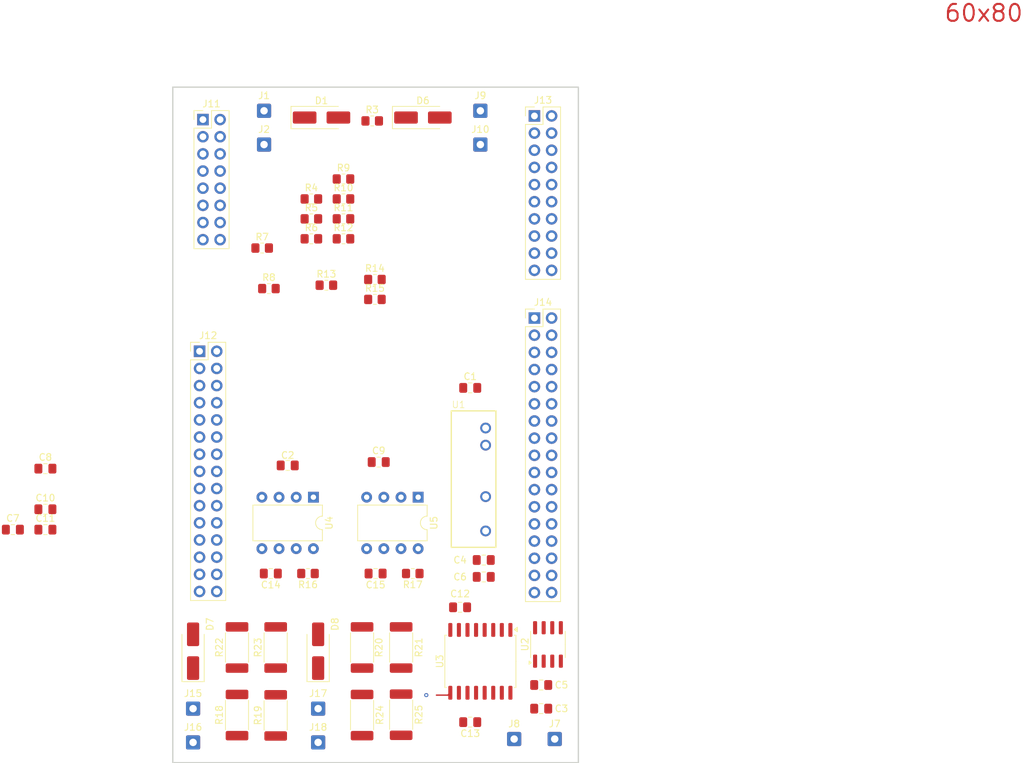
<source format=kicad_pcb>
(kicad_pcb (version 20240108) (generator "pcbnew") (generator_version "8.0")
  (layers (0 "F.Cu" power) (1 "In1.Cu" signal) (2 "In2.Cu" signal) (31 "B.Cu" signal) (34 "B.Paste" user) (35 "F.Paste" user) (36 "B.SilkS" user "B.Silkscreen") (37 "F.SilkS" user "F.Silkscreen") (38 "B.Mask" user) (39 "F.Mask" user) (44 "Edge.Cuts" user))
  (net 0 "")
  (net 1 "Vin2")
  (net 2 "Vin1")
  (net 3 "Net-(R12-Pad1)")
  (net 4 "Net-(D2-K)")
  (net 5 "GND")
  (net 6 "Net-(R10-Pad2)")
  (net 7 "Net-(D4-K)")
  (net 8 "OV_TC")
  (net 9 "Net-(U4-OUT_A)")
  (net 13 "Net-(R18-Pad2)")
  (net 14 "Net-(D7-K)")
  (net 15 "Net-(R20-Pad2)")
  (net 16 "/ADC2")
  (net 17 "/ADC1")
  (net 18 "/PWM1 _CH1")
  (net 19 "/PWM1 _CH2")
  (net 20 "Net-(D8-K)")
  (net 60 "Net-(J5-Pin_1)")
  (net 61 "Net-(J8-Pin_1)")
  (net 62 "Net-(R19-Pad2)")
  (net 63 "Net-(R21-Pad2)")
  (net 64 "+3V3")
  (net 65 "/+5V")
  (net 66 "Net-(J7-Pin_1)")
  (net 67 "Net-(U1-+Vout)")
  (net 68 "Net-(J3-Pin_1)")
  (net 112 "Net-(J13-Pin_19)")
  (net 113 "Net-(J13-Pin_15)")
  (net 114 "Net-(J13-Pin_2)")
  (net 125 "Net-(U5-OUT_A)")
  (net 126 "Net-(U2-~{CS})")
  (net 127 "Net-(U2-SO)")
  (net 128 "Net-(U2-SCK)")
  (footprint "Resistor_SMD:R_0805_2012Metric_Pad1.20x1.40mm_HandSolder" (layer "F.Cu") (at 99 115 180)
    (property "Reference" "R17" (at 0 -1.65 360) (layer "F.SilkS"))
    (property "Value" "DNF")
    (pad "1" smd roundrect (at -1 0 180) (size 1.2 1.4) (layers "F.Cu" "F.Paste" "F.Mask") (roundrect_rratio 0.208333) (net 5 "GND"))
    (pad "2" smd roundrect (at 1 0 180) (size 1.2 1.4) (layers "F.Cu" "F.Paste" "F.Mask") (roundrect_rratio 0.208333) (net 125 "Net-(U5-OUT_A)"))
  )
  (footprint "Package_SO:SOIC-8_3.9x4.9mm_P1.27mm" (layer "F.Cu") (at 119 125.5 90)
    (property "Reference" "U2" (at 0 -3.4 90) (layer "F.SilkS"))
    (property "Value" "MAX31855KASA")
    (pad "1" smd roundrect (at -2.475 -1.905 90) (size 1.95 0.6) (layers "F.Cu" "F.Paste" "F.Mask") (net 8 "OV_TC"))
    (pad "2" smd roundrect (at -2.475 -0.635 90) (size 1.95 0.6) (layers "F.Cu" "F.Paste" "F.Mask") (net 61 "Net-(J8-Pin_1)"))
    (pad "3" smd roundrect (at -2.475 0.635 90) (size 1.95 0.6) (layers "F.Cu" "F.Paste" "F.Mask") (net 66 "Net-(J7-Pin_1)"))
    (pad "4" smd roundrect (at -2.475 1.905 90) (size 1.95 0.6) (layers "F.Cu" "F.Paste" "F.Mask") (net 67 "Net-(U1-+Vout)"))
    (pad "5" smd roundrect (at 2.475 1.905 90) (size 1.95 0.6) (layers "F.Cu" "F.Paste" "F.Mask") (net 128 "Net-(U2-SCK)"))
    (pad "6" smd roundrect (at 2.475 0.635 90) (size 1.95 0.6) (layers "F.Cu" "F.Paste" "F.Mask") (net 126 "Net-(U2-~{CS})"))
    (pad "7" smd roundrect (at 2.475 -0.635 90) (size 1.95 0.6) (layers "F.Cu" "F.Paste" "F.Mask") (net 127 "Net-(U2-SO)"))
    (pad "8" smd roundrect (at 2.475 -1.905 90) (size 1.95 0.6) (layers "F.Cu" "F.Paste" "F.Mask"))
  )
  (footprint "Resistor_SMD:R_0805_2012Metric_Pad1.20x1.40mm_HandSolder" (layer "F.Cu") (at 84 65.45)
    (property "Reference" "R6" (at 0 -1.65 0) (layer "F.SilkS"))
    (property "Value" "R")
    (pad "1" smd roundrect (at -1 0) (size 1.2 1.4) (layers "F.Cu" "F.Paste" "F.Mask") (roundrect_rratio 0.208333) (net 7 "Net-(D4-K)"))
    (pad "2" smd roundrect (at 1 0) (size 1.2 1.4) (layers "F.Cu" "F.Paste" "F.Mask") (roundrect_rratio 0.208333) (net 6 "Net-(R10-Pad2)"))
  )
  (footprint "Diode_SMD:D_SMA_Handsoldering" (layer "F.Cu") (at 85 126.5 90)
    (property "Reference" "D8" (at 4 2.5 90) (layer "F.SilkS"))
    (property "Value" "13V")
    (pad "1" smd roundrect (at -2.5 0 90) (size 3.5 1.8) (layers "F.Cu" "F.Paste" "F.Mask") (roundrect_rratio 0.1388888889) (net 20 "Net-(D8-K)"))
    (pad "2" smd roundrect (at 2.5 0 90) (size 3.5 1.8) (layers "F.Cu" "F.Paste" "F.Mask") (roundrect_rratio 0.1388888889) (net 5 "GND"))
  )
  (footprint "Connector_Wire:SolderWire-0.5sqmm_1x01_D0.9mm_OD2.1mm" (layer "F.Cu") (at 114 139.5)
    (property "Reference" "J8" (at 0 -2.25 0) (layer "F.SilkS"))
    (property "Value" "T-")
    (pad "1" thru_hole roundrect (at 0 0) (size 2.1 2.1) (drill 1.1) (layers "*.Cu" "*.Mask") (roundrect_rratio 0.119048) (net 61 "Net-(J8-Pin_1)"))
  )
  (footprint "Capacitor_SMD:C_0805_2012Metric_Pad1.18x1.45mm_HandSolder" (layer "F.Cu") (at 109.5 115.5 180)
    (property "Reference" "C6" (at 3.5 0 360) (layer "F.SilkS"))
    (property "Value" "C")
    (pad "1" smd roundrect (at -1.0375 0 180) (size 1.175 1.45) (layers "F.Cu" "F.Paste" "F.Mask") (roundrect_rratio 0.212766) (net 67 "Net-(U1-+Vout)"))
    (pad "2" smd roundrect (at 1.0375 0 180) (size 1.175 1.45) (layers "F.Cu" "F.Paste" "F.Mask") (roundrect_rratio 0.212766) (net 8 "OV_TC"))
  )
  (footprint "Capacitor_SMD:C_0805_2012Metric_Pad1.18x1.45mm_HandSolder" (layer "F.Cu") (at 78 115 180)
    (property "Reference" "C14" (at 0 -1.68 360) (layer "F.SilkS"))
    (property "Value" "100nF")
    (pad "1" smd roundrect (at -1.0375 0 180) (size 1.175 1.45) (layers "F.Cu" "F.Paste" "F.Mask") (roundrect_rratio 0.212766) (net 2 "Vin1"))
    (pad "2" smd roundrect (at 1.0375 0 180) (size 1.175 1.45) (layers "F.Cu" "F.Paste" "F.Mask") (roundrect_rratio 0.212766) (net 5 "GND"))
  )
  (footprint "Diode_SMD:D_SMA_Handsoldering" (layer "F.Cu") (at 66.5 126.5 90)
    (property "Reference" "D7" (at 4 2.5 90) (layer "F.SilkS"))
    (property "Value" "13V")
    (pad "1" smd roundrect (at -2.5 0 90) (size 3.5 1.8) (layers "F.Cu" "F.Paste" "F.Mask") (roundrect_rratio 0.1388888889) (net 14 "Net-(D7-K)"))
    (pad "2" smd roundrect (at 2.5 0 90) (size 3.5 1.8) (layers "F.Cu" "F.Paste" "F.Mask") (roundrect_rratio 0.1388888889) (net 5 "GND"))
  )
  (footprint "Resistor_SMD:R_0805_2012Metric_Pad1.20x1.40mm_HandSolder" (layer "F.Cu") (at 93.4 74.42)
    (property "Reference" "R15" (at 0 -1.65 0) (layer "F.SilkS"))
    (property "Value" "10k")
    (pad "1" smd roundrect (at -1 0) (size 1.2 1.4) (layers "F.Cu" "F.Paste" "F.Mask") (roundrect_rratio 0.208333) (net 5 "GND"))
    (pad "2" smd roundrect (at 1 0) (size 1.2 1.4) (layers "F.Cu" "F.Paste" "F.Mask") (roundrect_rratio 0.208333) (net 19 "/PWM1 _CH2"))
  )
  (footprint "Rafal:RYK-053.3SH" (layer "F.Cu") (at 109.78 93.46 -90)
    (property "Reference" "U1" (at -3.46 4 0) (layer "F.SilkS") (effects (font (thickness 0.1))))
    (property "Value" "RYK-053.3SH")
    (pad "1" thru_hole circle (at 0 0 270) (size 1.6 1.6) (drill 1.02) (layers "*.Cu" "*.Mask") (net 65 "/+5V"))
    (pad "2" thru_hole circle (at 2.54 0 270) (size 1.6 1.6) (drill 1.02) (layers "*.Cu" "*.Mask") (net 5 "GND"))
    (pad "5" thru_hole circle (at 10.16 0 270) (size 1.6 1.6) (drill 1.02) (layers "*.Cu" "*.Mask") (net 8 "OV_TC"))
    (pad "7" thru_hole circle (at 15.24 0 270) (size 1.6 1.6) (drill 1.02) (layers "*.Cu" "*.Mask") (net 67 "Net-(U1-+Vout)"))
  )
  (footprint "Resistor_SMD:R_0805_2012Metric_Pad1.20x1.40mm_HandSolder" (layer "F.Cu") (at 88.75 62.5)
    (property "Reference" "R11" (at 0 -1.65 0) (layer "F.SilkS"))
    (property "Value" "R")
    (pad "1" smd roundrect (at -1 0) (size 1.2 1.4) (layers "F.Cu" "F.Paste" "F.Mask") (roundrect_rratio 0.208333) (net 6 "Net-(R10-Pad2)"))
    (pad "2" smd roundrect (at 1 0) (size 1.2 1.4) (layers "F.Cu" "F.Paste" "F.Mask") (roundrect_rratio 0.208333) (net 5 "GND"))
  )
  (footprint "Resistor_SMD:R_0805_2012Metric_Pad1.20x1.40mm_HandSolder" (layer "F.Cu") (at 86.22 72.32)
    (property "Reference" "R13" (at 0 -1.65 0) (layer "F.SilkS"))
    (property "Value" "R")
    (pad "1" smd roundrect (at -1 0) (size 1.2 1.4) (layers "F.Cu" "F.Paste" "F.Mask") (roundrect_rratio 0.208333) (net 6 "Net-(R10-Pad2)"))
    (pad "2" smd roundrect (at 1 0) (size 1.2 1.4) (layers "F.Cu" "F.Paste" "F.Mask") (roundrect_rratio 0.208333) (net 16 "/ADC2"))
  )
  (footprint "Resistor_SMD:R_2512_6332Metric_Pad1.40x3.35mm_HandSolder" (layer "F.Cu") (at 73 135.95 90)
    (property "Reference" "R18" (at 0 -2.62 90) (layer "F.SilkS"))
    (property "Value" "43R")
    (pad "1" smd roundrect (at -3.05 0 90) (size 1.4 3.35) (layers "F.Cu" "F.Paste" "F.Mask") (roundrect_rratio 0.178571) (net 9 "Net-(U4-OUT_A)"))
    (pad "2" smd roundrect (at 3.05 0 90) (size 1.4 3.35) (layers "F.Cu" "F.Paste" "F.Mask") (roundrect_rratio 0.178571) (net 13 "Net-(R18-Pad2)"))
  )
  (footprint "Resistor_SMD:R_0805_2012Metric_Pad1.20x1.40mm_HandSolder" (layer "F.Cu") (at 76.72 66.82)
    (property "Reference" "R7" (at 0 -1.65 0) (layer "F.SilkS"))
    (property "Value" "R")
    (pad "1" smd roundrect (at -1 0) (size 1.2 1.4) (layers "F.Cu" "F.Paste" "F.Mask") (roundrect_rratio 0.208333) (net 6 "Net-(R10-Pad2)"))
    (pad "2" smd roundrect (at 1 0) (size 1.2 1.4) (layers "F.Cu" "F.Paste" "F.Mask") (roundrect_rratio 0.208333) (net 5 "GND"))
  )
  (footprint "Capacitor_SMD:C_0805_2012Metric_Pad1.18x1.45mm_HandSolder" (layer "F.Cu") (at 118 131.5 180)
    (property "Reference" "C5" (at -3 0 360) (layer "F.SilkS"))
    (property "Value" "100nF")
    (pad "1" smd roundrect (at -1.0375 0 180) (size 1.175 1.45) (layers "F.Cu" "F.Paste" "F.Mask") (roundrect_rratio 0.212766) (net 67 "Net-(U1-+Vout)"))
    (pad "2" smd roundrect (at 1.0375 0 180) (size 1.175 1.45) (layers "F.Cu" "F.Paste" "F.Mask") (roundrect_rratio 0.212766) (net 8 "OV_TC"))
  )
  (footprint "Resistor_SMD:R_0805_2012Metric_Pad1.20x1.40mm_HandSolder" (layer "F.Cu") (at 88.75 59.55)
    (property "Reference" "R10" (at 0 -1.65 0) (layer "F.SilkS"))
    (property "Value" "R")
    (pad "1" smd roundrect (at -1 0) (size 1.2 1.4) (layers "F.Cu" "F.Paste" "F.Mask") (roundrect_rratio 0.208333) (net 60 "Net-(J5-Pin_1)"))
    (pad "2" smd roundrect (at 1 0) (size 1.2 1.4) (layers "F.Cu" "F.Paste" "F.Mask") (roundrect_rratio 0.208333) (net 6 "Net-(R10-Pad2)"))
  )
  (footprint "Resistor_SMD:R_2512_6332Metric_Pad1.40x3.35mm_HandSolder" (layer "F.Cu") (at 78.72 125.95 90)
    (property "Reference" "R23" (at 0 -2.62 90) (layer "F.SilkS"))
    (property "Value" "43R")
    (pad "1" smd roundrect (at -3.05 0 90) (size 1.4 3.35) (layers "F.Cu" "F.Paste" "F.Mask") (roundrect_rratio 0.178571) (net 62 "Net-(R19-Pad2)"))
    (pad "2" smd roundrect (at 3.05 0 90) (size 1.4 3.35) (layers "F.Cu" "F.Paste" "F.Mask") (roundrect_rratio 0.178571) (net 14 "Net-(D7-K)"))
  )
  (footprint "Capacitor_SMD:C_0805_2012Metric_Pad1.18x1.45mm_HandSolder" (layer "F.Cu") (at 44.6525 99.47)
    (property "Reference" "C8" (at 0 -1.68 0) (layer "F.SilkS"))
    (property "Value" "C")
    (pad "1" smd roundrect (at -1.0375 0) (size 1.175 1.45) (layers "F.Cu" "F.Paste" "F.Mask") (roundrect_rratio 0.212766) (net 60 "Net-(J5-Pin_1)"))
    (pad "2" smd roundrect (at 1.0375 0) (size 1.175 1.45) (layers "F.Cu" "F.Paste" "F.Mask") (roundrect_rratio 0.212766) (net 5 "GND"))
  )
  (footprint "Connector_Wire:SolderWire-0.5sqmm_1x01_D0.9mm_OD2.1mm" (layer "F.Cu") (at 66.5 135)
    (property "Reference" "J15" (at 0 -2.25 0) (layer "F.SilkS"))
    (property "Value" "CH1 output")
    (pad "1" thru_hole roundrect (at 0 0) (size 2.1 2.1) (drill 1.1) (layers "*.Cu" "*.Mask") (roundrect_rratio 0.119048) (net 14 "Net-(D7-K)"))
  )
  (footprint "Package_DIP:DIP-8_W7.62mm" (layer "F.Cu") (at 99.8 103.7 -90)
    (property "Reference" "U5" (at 3.81 -2.33 90) (layer "F.SilkS"))
    (property "Value" "TC4427")
    (pad "1" thru_hole rect (at 0 0 270) (size 1.6 1.6) (drill 0.8) (layers "*.Cu" "*.Mask"))
    (pad "2" thru_hole oval (at 0 2.54 270) (size 1.6 1.6) (drill 0.8) (layers "*.Cu" "*.Mask") (net 19 "/PWM1 _CH2"))
    (pad "3" thru_hole oval (at 0 5.08 270) (size 1.6 1.6) (drill 0.8) (layers "*.Cu" "*.Mask") (net 5 "GND"))
    (pad "4" thru_hole oval (at 0 7.62 270) (size 1.6 1.6) (drill 0.8) (layers "*.Cu" "*.Mask") (net 5 "GND"))
    (pad "5" thru_hole oval (at 7.62 7.62 270) (size 1.6 1.6) (drill 0.8) (layers "*.Cu" "*.Mask"))
    (pad "6" thru_hole oval (at 7.62 5.08 270) (size 1.6 1.6) (drill 0.8) (layers "*.Cu" "*.Mask") (net 1 "Vin2"))
    (pad "7" thru_hole oval (at 7.62 2.54 270) (size 1.6 1.6) (drill 0.8) (layers "*.Cu" "*.Mask") (net 125 "Net-(U5-OUT_A)"))
    (pad "8" thru_hole oval (at 7.62 0 270) (size 1.6 1.6) (drill 0.8) (layers "*.Cu" "*.Mask"))
  )
  (footprint "Capacitor_SMD:C_0805_2012Metric_Pad1.18x1.45mm_HandSolder" (layer "F.Cu") (at 109.5 113 180)
    (property "Reference" "C4" (at 3.5 0 360) (layer "F.SilkS"))
    (property "Value" "C")
    (pad "1" smd roundrect (at -1.0375 0 180) (size 1.175 1.45) (layers "F.Cu" "F.Paste" "F.Mask") (roundrect_rratio 0.212766) (net 67 "Net-(U1-+Vout)"))
    (pad "2" smd roundrect (at 1.0375 0 180) (size 1.175 1.45) (layers "F.Cu" "F.Paste" "F.Mask") (roundrect_rratio 0.212766) (net 8 "OV_TC"))
  )
  (footprint "Resistor_SMD:R_0805_2012Metric_Pad1.20x1.40mm_HandSolder" (layer "F.Cu") (at 93 48)
    (property "Reference" "R3" (at 0 -1.65 0) (layer "F.SilkS"))
    (property "Value" "0R")
    (pad "1" smd roundrect (at -1 0) (size 1.2 1.4) (layers "F.Cu" "F.Paste" "F.Mask") (roundrect_rratio 0.208333) (net 2 "Vin1"))
    (pad "2" smd roundrect (at 1 0) (size 1.2 1.4) (layers "F.Cu" "F.Paste" "F.Mask") (roundrect_rratio 0.208333) (net 1 "Vin2"))
  )
  (footprint "Capacitor_SMD:C_0805_2012Metric_Pad1.18x1.45mm_HandSolder" (layer "F.Cu") (at 93.9625 98.5)
    (property "Reference" "C9" (at 0 -1.68 0) (layer "F.SilkS"))
    (property "Value" "C")
    (pad "1" smd roundrect (at -1.0375 0) (size 1.175 1.45) (layers "F.Cu" "F.Paste" "F.Mask") (roundrect_rratio 0.212766) (net 1 "Vin2"))
    (pad "2" smd roundrect (at 1.0375 0) (size 1.175 1.45) (layers "F.Cu" "F.Paste" "F.Mask") (roundrect_rratio 0.212766) (net 5 "GND"))
  )
  (footprint "Connector_Wire:SolderWire-0.5sqmm_1x01_D0.9mm_OD2.1mm" (layer "F.Cu") (at 66.5 140)
    (property "Reference" "J16" (at 0 -2.25 0) (layer "F.SilkS"))
    (property "Value" "GND")
    (pad "1" thru_hole roundrect (at 0 0) (size 2.1 2.1) (drill 1.1) (layers "*.Cu" "*.Mask") (roundrect_rratio 0.119048) (net 5 "GND"))
  )
  (footprint "Connector_Wire:SolderWire-0.5sqmm_1x01_D0.9mm_OD2.1mm" (layer "F.Cu") (at 77 46.5)
    (property "Reference" "J1" (at 0 -2.25 0) (layer "F.SilkS"))
    (property "Value" "Vin1")
    (pad "1" thru_hole roundrect (at 0 0) (size 2.1 2.1) (drill 1.1) (layers "*.Cu" "*.Mask") (roundrect_rratio 0.119048) (net 2 "Vin1"))
  )
  (footprint "Connector_Wire:SolderWire-0.5sqmm_1x01_D0.9mm_OD2.1mm" (layer "F.Cu") (at 77 51.5)
    (property "Reference" "J2" (at 0 -2.25 0) (layer "F.SilkS"))
    (property "Value" "Vin1_GND")
    (pad "1" thru_hole roundrect (at 0 0) (size 2.1 2.1) (drill 1.1) (layers "*.Cu" "*.Mask") (roundrect_rratio 0.119048) (net 5 "GND"))
  )
  (footprint "Resistor_SMD:R_0805_2012Metric_Pad1.20x1.40mm_HandSolder" (layer "F.Cu") (at 77.72 72.82)
    (property "Reference" "R8" (at 0 -1.65 0) (layer "F.SilkS"))
    (property "Value" "R")
    (pad "1" smd roundrect (at -1 0) (size 1.2 1.4) (layers "F.Cu" "F.Paste" "F.Mask") (roundrect_rratio 0.208333) (net 68 "Net-(J3-Pin_1)"))
    (pad "2" smd roundrect (at 1 0) (size 1.2 1.4) (layers "F.Cu" "F.Paste" "F.Mask") (roundrect_rratio 0.208333) (net 3 "Net-(R12-Pad1)"))
  )
  (footprint "Resistor_SMD:R_0805_2012Metric_Pad1.20x1.40mm_HandSolder" (layer "F.Cu") (at 93.4 71.47)
    (property "Reference" "R14" (at 0 -1.65 0) (layer "F.SilkS"))
    (property "Value" "10k")
    (pad "1" smd roundrect (at -1 0) (size 1.2 1.4) (layers "F.Cu" "F.Paste" "F.Mask") (roundrect_rratio 0.208333) (net 5 "GND"))
    (pad "2" smd roundrect (at 1 0) (size 1.2 1.4) (layers "F.Cu" "F.Paste" "F.Mask") (roundrect_rratio 0.208333) (net 18 "/PWM1 _CH1"))
  )
  (footprint "Connector_Wire:SolderWire-0.5sqmm_1x01_D0.9mm_OD2.1mm" (layer "F.Cu") (at 120 139.5)
    (property "Reference" "J7" (at 0 -2.25 0) (layer "F.SilkS"))
    (property "Value" "T+")
    (pad "1" thru_hole roundrect (at 0 0) (size 2.1 2.1) (drill 1.1) (layers "*.Cu" "*.Mask") (roundrect_rratio 0.119048) (net 66 "Net-(J7-Pin_1)"))
  )
  (footprint "Resistor_SMD:R_2512_6332Metric_Pad1.40x3.35mm_HandSolder" (layer "F.Cu") (at 78.72 136 90)
    (property "Reference" "R19" (at 0 -2.62 90) (layer "F.SilkS"))
    (property "Value" "43R")
    (pad "1" smd roundrect (at -3.05 0 90) (size 1.4 3.35) (layers "F.Cu" "F.Paste" "F.Mask") (roundrect_rratio 0.178571) (net 9 "Net-(U4-OUT_A)"))
    (pad "2" smd roundrect (at 3.05 0 90) (size 1.4 3.35) (layers "F.Cu" "F.Paste" "F.Mask") (roundrect_rratio 0.178571) (net 62 "Net-(R19-Pad2)"))
  )
  (footprint "Resistor_SMD:R_2512_6332Metric_Pad1.40x3.35mm_HandSolder" (layer "F.Cu") (at 73 125.95 90)
    (property "Reference" "R22" (at 0 -2.62 90) (layer "F.SilkS"))
    (property "Value" "43R")
    (pad "1" smd roundrect (at -3.05 0 90) (size 1.4 3.35) (layers "F.Cu" "F.Paste" "F.Mask") (roundrect_rratio 0.178571) (net 13 "Net-(R18-Pad2)"))
    (pad "2" smd roundrect (at 3.05 0 90) (size 1.4 3.35) (layers "F.Cu" "F.Paste" "F.Mask") (roundrect_rratio 0.178571) (net 14 "Net-(D7-K)"))
  )
  (footprint "Diode_SMD:D_SMA_Handsoldering" (layer "F.Cu") (at 85.5 47.5)
    (property "Reference" "D1" (at 0 -2.5 0) (layer "F.SilkS"))
    (property "Value" "13V")
    (pad "1" smd roundrect (at -2.5 0) (size 3.5 1.8) (layers "F.Cu" "F.Paste" "F.Mask") (roundrect_rratio 0.1388888889) (net 2 "Vin1"))
    (pad "2" smd roundrect (at 2.5 0) (size 3.5 1.8) (layers "F.Cu" "F.Paste" "F.Mask") (roundrect_rratio 0.1388888889) (net 5 "GND"))
  )
  (footprint "Connector_Wire:SolderWire-0.5sqmm_1x01_D0.9mm_OD2.1mm" (layer "F.Cu") (at 85 135)
    (property "Reference" "J17" (at 0 -2.25 0) (layer "F.SilkS"))
    (property "Value" "CH2 output")
    (pad "1" thru_hole roundrect (at 0 0) (size 2.1 2.1) (drill 1.1) (layers "*.Cu" "*.Mask") (roundrect_rratio 0.119048) (net 20 "Net-(D8-K)"))
  )
  (footprint "Resistor_SMD:R_0805_2012Metric_Pad1.20x1.40mm_HandSolder" (layer "F.Cu") (at 88.75 56.6)
    (property "Reference" "R9" (at 0 -1.65 0) (layer "F.SilkS"))
    (property "Value" "R")
    (pad "1" smd roundrect (at -1 0) (size 1.2 1.4) (layers "F.Cu" "F.Paste" "F.Mask") (roundrect_rratio 0.208333) (net 3 "Net-(R12-Pad1)"))
    (pad "2" smd roundrect (at 1 0) (size 1.2 1.4) (layers "F.Cu" "F.Paste" "F.Mask") (roundrect_rratio 0.208333) (net 5 "GND"))
  )
  (footprint "Connector_Wire:SolderWire-0.5sqmm_1x01_D0.9mm_OD2.1mm" (layer "F.Cu") (at 109 46.5)
    (property "Reference" "J9" (at 0 -2.25 0) (layer "F.SilkS"))
    (property "Value" "Vin2")
    (pad "1" thru_hole roundrect (at 0 0) (size 2.1 2.1) (drill 1.1) (layers "*.Cu" "*.Mask") (roundrect_rratio 0.119048) (net 1 "Vin2"))
  )
  (footprint "Connector_PinHeader_2.54mm:PinHeader_2x15_P2.54mm_Vertical" (layer "F.Cu") (at 67.46 82.1)
    (property "Reference" "J12" (at 1.27 -2.33 0) (layer "F.SilkS"))
    (property "Value" "CN9")
    (pad "1" thru_hole rect (at 0 0) (size 1.7 1.7) (drill 1) (layers "*.Cu" "*.Mask"))
    (pad "2" thru_hole oval (at 2.54 0) (size 1.7 1.7) (drill 1) (layers "*.Cu" "*.Mask"))
    (pad "3" thru_hole oval (at 0 2.54) (size 1.7 1.7) (drill 1) (layers "*.Cu" "*.Mask") (net 17 "/ADC1"))
    (pad "4" thru_hole oval (at 2.54 2.54) (size 1.7 1.7) (drill 1) (layers "*.Cu" "*.Mask"))
    (pad "5" thru_hole oval (at 0 5.08) (size 1.7 1.7) (drill 1) (layers "*.Cu" "*.Mask"))
    (pad "6" thru_hole oval (at 2.54 5.08) (size 1.7 1.7) (drill 1) (layers "*.Cu" "*.Mask"))
    (pad "7" thru_hole oval (at 0 7.62) (size 1.7 1.7) (drill 1) (layers "*.Cu" "*.Mask"))
    (pad "8" thru_hole oval (at 2.54 7.62) (size 1.7 1.7) (drill 1) (layers "*.Cu" "*.Mask"))
    (pad "9" thru_hole oval (at 0 10.16) (size 1.7 1.7) (drill 1) (layers "*.Cu" "*.Mask"))
    (pad "10" thru_hole oval (at 2.54 10.16) (size 1.7 1.7) (drill 1) (layers "*.Cu" "*.Mask"))
    (pad "11" thru_hole oval (at 0 12.7) (size 1.7 1.7) (drill 1) (layers "*.Cu" "*.Mask"))
    (pad "12" thru_hole oval (at 2.54 12.7) (size 1.7 1.7) (drill 1) (layers "*.Cu" "*.Mask"))
    (pad "13" thru_hole oval (at 0 15.24) (size 1.7 1.7) (drill 1) (layers "*.Cu" "*.Mask"))
    (pad "14" thru_hole oval (at 2.54 15.24) (size 1.7 1.7) (drill 1) (layers "*.Cu" "*.Mask"))
    (pad "15" thru_hole oval (at 0 17.78) (size 1.7 1.7) (drill 1) (layers "*.Cu" "*.Mask"))
    (pad "16" thru_hole oval (at 2.54 17.78) (size 1.7 1.7) (drill 1) (layers "*.Cu" "*.Mask"))
    (pad "17" thru_hole oval (at 0 20.32) (size 1.7 1.7) (drill 1) (layers "*.Cu" "*.Mask"))
    (pad "18" thru_hole oval (at 2.54 20.32) (size 1.7 1.7) (drill 1) (layers "*.Cu" "*.Mask"))
    (pad "19" thru_hole oval (at 0 22.86) (size 1.7 1.7) (drill 1) (layers "*.Cu" "*.Mask") (net 16 "/ADC2"))
    (pad "20" thru_hole oval (at 2.54 22.86) (size 1.7 1.7) (drill 1) (layers "*.Cu" "*.Mask"))
    (pad "21" thru_hole oval (at 0 25.4) (size 1.7 1.7) (drill 1) (layers "*.Cu" "*.Mask"))
    (pad "22" thru_hole oval (at 2.54 25.4) (size 1.7 1.7) (drill 1) (layers "*.Cu" "*.Mask"))
    (pad "23" thru_hole oval (at 0 27.94) (size 1.7 1.7) (drill 1) (layers "*.Cu" "*.Mask"))
    (pad "24" thru_hole oval (at 2.54 27.94) (size 1.7 1.7) (drill 1) (layers "*.Cu" "*.Mask"))
    (pad "25" thru_hole oval (at 0 30.48) (size 1.7 1.7) (drill 1) (layers "*.Cu" "*.Mask"))
    (pad "26" thru_hole oval (at 2.54 30.48) (size 1.7 1.7) (drill 1) (layers "*.Cu" "*.Mask"))
    (pad "27" thru_hole oval (at 0 33.02) (size 1.7 1.7) (drill 1) (layers "*.Cu" "*.Mask"))
    (pad "28" thru_hole oval (at 2.54 33.02) (size 1.7 1.7) (drill 1) (layers "*.Cu" "*.Mask"))
    (pad "29" thru_hole oval (at 0 35.56) (size 1.7 1.7) (drill 1) (layers "*.Cu" "*.Mask"))
    (pad "30" thru_hole oval (at 2.54 35.56) (size 1.7 1.7) (drill 1) (layers "*.Cu" "*.Mask"))
  )
  (footprint "Package_DIP:DIP-8_W7.62mm" (layer "F.Cu") (at 84.3 103.7 -90)
    (property "Reference" "U4" (at 3.81 -2.33 90) (layer "F.SilkS"))
    (property "Value" "TC4427")
    (pad "1" thru_hole rect (at 0 0 270) (size 1.6 1.6) (drill 0.8) (layers "*.Cu" "*.Mask"))
    (pad "2" thru_hole oval (at 0 2.54 270) (size 1.6 1.6) (drill 0.8) (layers "*.Cu" "*.Mask") (net 18 "/PWM1 _CH1"))
    (pad "3" thru_hole oval (at 0 5.08 270) (size 1.6 1.6) (drill 0.8) (layers "*.Cu" "*.Mask") (net 5 "GND"))
    (pad "4" thru_hole oval (at 0 7.62 270) (size 1.6 1.6) (drill 0.8) (layers "*.Cu" "*.Mask") (net 5 "GND"))
    (pad "5" thru_hole oval (at 7.62 7.62 270) (size 1.6 1.6) (drill 0.8) (layers "*.Cu" "*.Mask"))
    (pad "6" thru_hole oval (at 7.62 5.08 270) (size 1.6 1.6) (drill 0.8) (layers "*.Cu" "*.Mask") (net 2 "Vin1"))
    (pad "7" thru_hole oval (at 7.62 2.54 270) (size 1.6 1.6) (drill 0.8) (layers "*.Cu" "*.Mask") (net 9 "Net-(U4-OUT_A)"))
    (pad "8" thru_hole oval (at 7.62 0 270) (size 1.6 1.6) (drill 0.8) (layers "*.Cu" "*.Mask"))
  )
  (footprint "Capacitor_SMD:C_0805_2012Metric_Pad1.18x1.45mm_HandSolder" (layer "F.Cu") (at 93.5 115 180)
    (property "Reference" "C15" (at 0 -1.68 360) (layer "F.SilkS"))
    (property "Value" "100nF")
    (pad "1" smd roundrect (at -1.0375 0 180) (size 1.175 1.45) (layers "F.Cu" "F.Paste" "F.Mask") (roundrect_rratio 0.212766) (net 1 "Vin2"))
    (pad "2" smd roundrect (at 1.0375 0 180) (size 1.175 1.45) (layers "F.Cu" "F.Paste" "F.Mask") (roundrect_rratio 0.212766) (net 5 "GND"))
  )
  (footprint "Connector_PinHeader_2.54mm:PinHeader_2x17_P2.54mm_Vertical" (layer "F.Cu") (at 117 77.18)
    (property "Reference" "J14" (at 1.27 -2.33 0) (layer "F.SilkS"))
    (property "Value" "CN10")
    (pad "1" thru_hole rect (at 0 0) (size 1.7 1.7) (drill 1) (layers "*.Cu" "*.Mask"))
    (pad "2" thru_hole oval (at 2.54 0) (size 1.7 1.7) (drill 1) (layers "*.Cu" "*.Mask"))
    (pad "3" thru_hole oval (at 0 2.54) (size 1.7 1.7) (drill 1) (layers "*.Cu" "*.Mask"))
    (pad "4" thru_hole oval (at 2.54 2.54) (size 1.7 1.7) (drill 1) (layers "*.Cu" "*.Mask"))
    (pad "5" thru_hole oval (at 0 5.08) (size 1.7 1.7) (drill 1) (layers "*.Cu" "*.Mask"))
    (pad "6" thru_hole oval (at 2.54 5.08) (size 1.7 1.7) (drill 1) (layers "*.Cu" "*.Mask"))
    (pad "7" thru_hole oval (at 0 7.62) (size 1.7 1.7) (drill 1) (layers "*.Cu" "*.Mask"))
    (pad "8" thru_hole oval (at 2.54 7.62) (size 1.7 1.7) (drill 1) (layers "*.Cu" "*.Mask"))
    (pad "9" thru_hole oval (at 0 10.16) (size 1.7 1.7) (drill 1) (layers "*.Cu" "*.Mask"))
    (pad "10" thru_hole oval (at 2.54 10.16) (size 1.7 1.7) (drill 1) (layers "*.Cu" "*.Mask"))
    (pad "11" thru_hole oval (at 0 12.7) (size 1.7 1.7) (drill 1) (layers "*.Cu" "*.Mask"))
    (pad "12" thru_hole oval (at 2.54 12.7) (size 1.7 1.7) (drill 1) (layers "*.Cu" "*.Mask"))
    (pad "13" thru_hole oval (at 0 15.24) (size 1.7 1.7) (drill 1) (layers "*.Cu" "*.Mask"))
    (pad "14" thru_hole oval (at 2.54 15.24) (size 1.7 1.7) (drill 1) (layers "*.Cu" "*.Mask"))
    (pad "15" thru_hole oval (at 0 17.78) (size 1.7 1.7) (drill 1) (layers "*.Cu" "*.Mask"))
    (pad "16" thru_hole oval (at 2.54 17.78) (size 1.7 1.7) (drill 1) (layers "*.Cu" "*.Mask"))
    (pad "17" thru_hole oval (at 0 20.32) (size 1.7 1.7) (drill 1) (layers "*.Cu" "*.Mask"))
    (pad "18" thru_hole oval (at 2.54 20.32) (size 1.7 1.7) (drill 1) (layers "*.Cu" "*.Mask"))
    (pad "19" thru_hole oval (at 0 22.86) (size 1.7 1.7) (drill 1) (layers "*.Cu" "*.Mask"))
    (pad "20" thru_hole oval (at 2.54 22.86) (size 1.7 1.7) (drill 1) (layers "*.Cu" "*.Mask"))
    (pad "21" thru_hole oval (at 0 25.4) (size 1.7 1.7) (drill 1) (layers "*.Cu" "*.Mask"))
    (pad "22" thru_hole oval (at 2.54 25.4) (size 1.7 1.7) (drill 1) (layers "*.Cu" "*.Mask"))
    (pad "23" thru_hole oval (at 0 27.94) (size 1.7 1.7) (drill 1) (layers "*.Cu" "*.Mask"))
    (pad "24" thru_hole oval (at 2.54 27.94) (size 1.7 1.7) (drill 1) (layers "*.Cu" "*.Mask"))
    (pad "25" thru_hole oval (at 0 30.48) (size 1.7 1.7) (drill 1) (layers "*.Cu" "*.Mask"))
    (pad "26" thru_hole oval (at 2.54 30.48) (size 1.7 1.7) (drill 1) (layers "*.Cu" "*.Mask"))
    (pad "27" thru_hole oval (at 0 33.02) (size 1.7 1.7) (drill 1) (layers "*.Cu" "*.Mask"))
    (pad "28" thru_hole oval (at 2.54 33.02) (size 1.7 1.7) (drill 1) (layers "*.Cu" "*.Mask"))
    (pad "29" thru_hole oval (at 0 35.56) (size 1.7 1.7) (drill 1) (layers "*.Cu" "*.Mask") (net 19 "/PWM1 _CH2"))
    (pad "30" thru_hole oval (at 2.54 35.56) (size 1.7 1.7) (drill 1) (layers "*.Cu" "*.Mask"))
    (pad "31" thru_hole oval (at 0 38.1) (size 1.7 1.7) (drill 1) (layers "*.Cu" "*.Mask"))
    (pad "32" thru_hole oval (at 2.54 38.1) (size 1.7 1.7) (drill 1) (layers "*.Cu" "*.Mask"))
    (pad "33" thru_hole oval (at 0 40.64) (size 1.7 1.7) (drill 1) (layers "*.Cu" "*.Mask"))
    (pad "34" thru_hole oval (at 2.54 40.64) (size 1.7 1.7) (drill 1) (layers "*.Cu" "*.Mask"))
  )
  (footprint "Capacitor_SMD:C_0805_2012Metric_Pad1.18x1.45mm_HandSolder" (layer "F.Cu") (at 80.5 99 180)
    (property "Reference" "C2" (at 0 1.5 360) (layer "F.SilkS"))
    (property "Value" "C")
    (pad "1" smd roundrect (at -1.0375 0 180) (size 1.175 1.45) (layers "F.Cu" "F.Paste" "F.Mask") (roundrect_rratio 0.212766) (net 2 "Vin1"))
    (pad "2" smd roundrect (at 1.0375 0 180) (size 1.175 1.45) (layers "F.Cu" "F.Paste" "F.Mask") (roundrect_rratio 0.212766) (net 5 "GND"))
  )
  (footprint "Capacitor_SMD:C_0805_2012Metric_Pad1.18x1.45mm_HandSolder" (layer "F.Cu") (at 39.8425 108.5)
    (property "Reference" "C7" (at 0 -1.68 0) (layer "F.SilkS"))
    (property "Value" "C")
    (pad "1" smd roundrect (at -1.0375 0) (size 1.175 1.45) (layers "F.Cu" "F.Paste" "F.Mask") (roundrect_rratio 0.212766) (net 68 "Net-(J3-Pin_1)"))
    (pad "2" smd roundrect (at 1.0375 0) (size 1.175 1.45) (layers "F.Cu" "F.Paste" "F.Mask") (roundrect_rratio 0.212766) (net 5 "GND"))
  )
  (footprint "Capacitor_SMD:C_0805_2012Metric_Pad1.18x1.45mm_HandSolder" (layer "F.Cu") (at 118 135 180)
    (property "Reference" "C3" (at -3 0 360) (layer "F.SilkS"))
    (property "Value" "10nF")
    (pad "1" smd roundrect (at -1.0375 0 180) (size 1.175 1.45) (layers "F.Cu" "F.Paste" "F.Mask") (roundrect_rratio 0.212766) (net 66 "Net-(J7-Pin_1)"))
    (pad "2" smd roundrect (at 1.0375 0 180) (size 1.175 1.45) (layers "F.Cu" "F.Paste" "F.Mask") (roundrect_rratio 0.212766) (net 61 "Net-(J8-Pin_1)"))
  )
  (footprint "Resistor_SMD:R_0805_2012Metric_Pad1.20x1.40mm_HandSolder" (layer "F.Cu") (at 83.5 115 180)
    (property "Reference" "R16" (at 0 -1.65 360) (layer "F.SilkS"))
    (property "Value" "DNF")
    (pad "1" smd roundrect (at -1 0 180) (size 1.2 1.4) (layers "F.Cu" "F.Paste" "F.Mask") (roundrect_rratio 0.208333) (net 5 "GND"))
    (pad "2" smd roundrect (at 1 0 180) (size 1.2 1.4) (layers "F.Cu" "F.Paste" "F.Mask") (roundrect_rratio 0.208333) (net 9 "Net-(U4-OUT_A)"))
  )
  (footprint "Resistor_SMD:R_2512_6332Metric_Pad1.40x3.35mm_HandSolder" (layer "F.Cu") (at 97.28 125.95 -90)
    (property "Reference" "R21" (at 0 -2.62 90) (layer "F.SilkS"))
    (property "Value" "43R")
    (pad "1" smd roundrect (at -3.05 0 270) (size 1.4 3.35) (layers "F.Cu" "F.Paste" "F.Mask") (roundrect_rratio 0.178571) (net 125 "Net-(U5-OUT_A)"))
    (pad "2" smd roundrect (at 3.05 0 270) (size 1.4 3.35) (layers "F.Cu" "F.Paste" "F.Mask") (roundrect_rratio 0.178571) (net 63 "Net-(R21-Pad2)"))
  )
  (footprint "Resistor_SMD:R_2512_6332Metric_Pad1.40x3.35mm_HandSolder" (layer "F.Cu") (at 91.5 135.95 -90)
    (property "Reference" "R24" (at 0 -2.62 90) (layer "F.SilkS"))
    (property "Value" "43R")
    (pad "1" smd roundrect (at -3.05 0 270) (size 1.4 3.35) (layers "F.Cu" "F.Paste" "F.Mask") (roundrect_rratio 0.178571) (net 15 "Net-(R20-Pad2)"))
    (pad "2" smd roundrect (at 3.05 0 270) (size 1.4 3.35) (layers "F.Cu" "F.Paste" "F.Mask") (roundrect_rratio 0.178571) (net 20 "Net-(D8-K)"))
  )
  (footprint "Connector_Wire:SolderWire-0.5sqmm_1x01_D0.9mm_OD2.1mm" (layer "F.Cu") (at 85 140)
    (property "Reference" "J18" (at 0 -2.25 0) (layer "F.SilkS"))
    (property "Value" "GND")
    (pad "1" thru_hole roundrect (at 0 0) (size 2.1 2.1) (drill 1.1) (layers "*.Cu" "*.Mask") (roundrect_rratio 0.119048) (net 5 "GND"))
  )
  (footprint "Capacitor_SMD:C_0805_2012Metric_Pad1.18x1.45mm_HandSolder" (layer "F.Cu") (at 107.5 137 180)
    (property "Reference" "C13" (at 0 -1.68 360) (layer "F.SilkS"))
    (property "Value" "100nF")
    (pad "1" smd roundrect (at -1.0375 0 180) (size 1.175 1.45) (layers "F.Cu" "F.Paste" "F.Mask") (roundrect_rratio 0.212766) (net 64 "+3V3"))
    (pad "2" smd roundrect (at 1.0375 0 180) (size 1.175 1.45) (layers "F.Cu" "F.Paste" "F.Mask") (roundrect_rratio 0.212766) (net 5 "GND"))
  )
  (footprint "Capacitor_SMD:C_0805_2012Metric_Pad1.18x1.45mm_HandSolder" (layer "F.Cu") (at 107.5 87.52)
    (property "Reference" "C1" (at 0 -1.68 0) (layer "F.SilkS"))
    (property "Value" "C")
    (pad "1" smd roundrect (at -1.0375 0) (size 1.175 1.45) (layers "F.Cu" "F.Paste" "F.Mask") (roundrect_rratio 0.212766) (net 65 "/+5V"))
    (pad "2" smd roundrect (at 1.0375 0) (size 1.175 1.45) (layers "F.Cu" "F.Paste" "F.Mask") (roundrect_rratio 0.212766) (net 5 "GND"))
  )
  (footprint "Package_SO:SOIC-16W_7.5x10.3mm_P1.27mm" (layer "F.Cu") (at 109 128 -90)
    (property "Reference" "U3" (at 0 6 90) (layer "F.SilkS"))
    (property "Value" "ADUM1402")
    (pad "1" smd roundrect (at -4.65 -4.445 270) (size 2.05 0.6) (layers "F.Cu" "F.Paste" "F.Mask") (net 67 "Net-(U1-+Vout)"))
    (pad "2" smd roundrect (at -4.65 -3.175 270) (size 2.05 0.6) (layers "F.Cu" "F.Paste" "F.Mask") (net 8 "OV_TC"))
    (pad "3" smd roundrect (at -4.65 -1.905 270) (size 2.05 0.6) (layers "F.Cu" "F.Paste" "F.Mask") (net 127 "Net-(U2-SO)"))
    (pad "4" smd roundrect (at -4.65 -0.635 270) (size 2.05 0.6) (layers "F.Cu" "F.Paste" "F.Mask") (net 8 "OV_TC"))
    (pad "5" smd roundrect (at -4.65 0.635 270) (size 2.05 0.6) (layers "F.Cu" "F.Paste" "F.Mask") (net 126 "Net-(U2-~{CS})"))
    (pad "6" smd roundrect (at -4.65 1.905 270) (size 2.05 0.6) (layers "F.Cu" "F.Paste" "F.Mask") (net 128 "Net-(U2-SCK)"))
    (pad "7" smd roundrect (at -4.65 3.175 270) (size 2.05 0.6) (layers "F.Cu" "F.Paste" "F.Mask") (net 8 "OV_TC"))
    (pad "8" smd roundrect (at -4.65 4.445 270) (size 2.05 0.6) (layers "F.Cu" "F.Paste" "F.Mask") (net 8 "OV_TC"))
    (pad "9" smd roundrect (at 4.65 4.445 270) (size 2.05 0.6) (layers "F.Cu" "F.Paste" "F.Mask") (net 5 "GND"))
    (pad "10" smd roundrect (at 4.65 3.175 270) (size 2.05 0.6) (layers "F.Cu" "F.Paste" "F.Mask") (net 5 "GND"))
    (pad "11" smd roundrect (at 4.65 1.905 270) (size 2.05 0.6) (layers "F.Cu" "F.Paste" "F.Mask") (net 113 "Net-(J13-Pin_15)"))
    (pad "12" smd roundrect (at 4.65 0.635 270) (size 2.05 0.6) (layers "F.Cu" "F.Paste" "F.Mask") (net 114 "Net-(J13-Pin_2)"))
    (pad "13" smd roundrect (at 4.65 -0.635 270) (size 2.05 0.6) (layers "F.Cu" "F.Paste" "F.Mask"))
    (pad "14" smd roundrect (at 4.65 -1.905 270) (size 2.05 0.6) (layers "F.Cu" "F.Paste" "F.Mask") (net 112 "Net-(J13-Pin_19)"))
    (pad "15" smd roundrect (at 4.65 -3.175 270) (size 2.05 0.6) (layers "F.Cu" "F.Paste" "F.Mask") (net 5 "GND"))
    (pad "16" smd roundrect (at 4.65 -4.445 270) (size 2.05 0.6) (layers "F.Cu" "F.Paste" "F.Mask") (net 64 "+3V3"))
  )
  (footprint "Diode_SMD:D_SMA_Handsoldering" (layer "F.Cu") (at 100.5 47.5)
    (property "Reference" "D6" (at 0 -2.5 0) (layer "F.SilkS"))
    (property "Value" "13V")
    (pad "1" smd roundrect (at -2.5 0) (size 3.5 1.8) (layers "F.Cu" "F.Paste" "F.Mask") (roundrect_rratio 0.1388888889) (net 1 "Vin2"))
    (pad "2" smd roundrect (at 2.5 0) (size 3.5 1.8) (layers "F.Cu" "F.Paste" "F.Mask") (roundrect_rratio 0.1388888889) (net 5 "GND"))
  )
  (footprint "Resistor_SMD:R_0805_2012Metric_Pad1.20x1.40mm_HandSolder" (layer "F.Cu") (at 84 62.5)
    (property "Reference" "R5" (at 0 -1.65 0) (layer "F.SilkS"))
    (property "Value" "R")
    (pad "1" smd roundrect (at -1 0) (size 1.2 1.4) (layers "F.Cu" "F.Paste" "F.Mask") (roundrect_rratio 0.208333) (net 3 "Net-(R12-Pad1)"))
    (pad "2" smd roundrect (at 1 0) (size 1.2 1.4) (layers "F.Cu" "F.Paste" "F.Mask") (roundrect_rratio 0.208333) (net 5 "GND"))
  )
  (footprint "Connector_PinHeader_2.54mm:PinHeader_2x10_P2.54mm_Vertical" (layer "F.Cu") (at 117 47.26)
    (property "Reference" "J13" (at 1.27 -2.33 0) (layer "F.SilkS"))
    (property "Value" "CN7")
    (pad "1" thru_hole rect (at 0 0) (size 1.7 1.7) (drill 1) (layers "*.Cu" "*.Mask"))
    (pad "2" thru_hole oval (at 2.54 0) (size 1.7 1.7) (drill 1) (layers "*.Cu" "*.Mask") (net 114 "Net-(J13-Pin_2)"))
    (pad "3" thru_hole oval (at 0 2.54) (size 1.7 1.7) (drill 1) (layers "*.Cu" "*.Mask"))
    (pad "4" thru_hole oval (at 2.54 2.54) (size 1.7 1.7) (drill 1) (layers "*.Cu" "*.Mask"))
    (pad "5" thru_hole oval (at 0 5.08) (size 1.7 1.7) (drill 1) (layers "*.Cu" "*.Mask"))
    (pad "6" thru_hole oval (at 2.54 5.08) (size 1.7 1.7) (drill 1) (layers "*.Cu" "*.Mask"))
    (pad "7" thru_hole oval (at 0 7.62) (size 1.7 1.7) (drill 1) (layers "*.Cu" "*.Mask"))
    (pad "8" thru_hole oval (at 2.54 7.62) (size 1.7 1.7) (drill 1) (layers "*.Cu" "*.Mask"))
    (pad "9" thru_hole oval (at 0 10.16) (size 1.7 1.7) (drill 1) (layers "*.Cu" "*.Mask"))
    (pad "10" thru_hole oval (at 2.54 10.16) (size 1.7 1.7) (drill 1) (layers "*.Cu" "*.Mask") (net 18 "/PWM1 _CH1"))
    (pad "11" thru_hole oval (at 0 12.7) (size 1.7 1.7) (drill 1) (layers "*.Cu" "*.Mask"))
    (pad "12" thru_hole oval (at 2.54 12.7) (size 1.7 1.7) (drill 1) (layers "*.Cu" "*.Mask"))
    (pad "13" thru_hole oval (at 0 15.24) (size 1.7 1.7) (drill 1) (layers "*.Cu" "*.Mask"))
    (pad "14" thru_hole oval (at 2.54 15.24) (size 1.7 1.7) (drill 1) (layers "*.Cu" "*.Mask"))
    (pad "15" thru_hole oval (at 0 17.78) (size 1.7 1.7) (drill 1) (layers "*.Cu" "*.Mask") (net 113 "Net-(J13-Pin_15)"))
    (pad "16" thru_hole oval (at 2.54 17.78) (size 1.7 1.7) (drill 1) (layers "*.Cu" "*.Mask"))
    (pad "17" thru_hole oval (at 0 20.32) (size 1.7 1.7) (drill 1) (layers "*.Cu" "*.Mask"))
    (pad "18" thru_hole oval (at 2.54 20.32) (size 1.7 1.7) (drill 1) (layers "*.Cu" "*.Mask"))
    (pad "19" thru_hole oval (at 0 22.86) (size 1.7 1.7) (drill 1) (layers "*.Cu" "*.Mask") (net 112 "Net-(J13-Pin_19)"))
    (pad "20" thru_hole oval (at 2.54 22.86) (size 1.7 1.7) (drill 1) (layers "*.Cu" "*.Mask"))
  )
  (footprint "Capacitor_SMD:C_0805_2012Metric_Pad1.18x1.45mm_HandSolder" (layer "F.Cu") (at 44.6525 108.5)
    (property "Reference" "C11" (at 0 -1.68 0) (layer "F.SilkS"))
    (property "Value" "C")
    (pad "1" smd roundrect (at -1.0375 0) (size 1.175 1.45) (layers "F.Cu" "F.Paste" "F.Mask") (roundrect_rratio 0.212766) (net 16 "/ADC2"))
    (pad "2" smd roundrect (at 1.0375 0) (size 1.175 1.45) (layers "F.Cu" "F.Paste" "F.Mask") (roundrect_rratio 0.212766) (net 5 "GND"))
  )
  (footprint "Capacitor_SMD:C_0805_2012Metric_Pad1.18x1.45mm_HandSolder" (layer "F.Cu") (at 44.6525 105.49)
    (property "Reference" "C10" (at 0 -1.68 0) (layer "F.SilkS"))
    (property "Value" "C")
    (pad "1" smd roundrect (at -1.0375 0) (size 1.175 1.45) (layers "F.Cu" "F.Paste" "F.Mask") (roundrect_rratio 0.212766) (net 17 "/ADC1"))
    (pad "2" smd roundrect (at 1.0375 0) (size 1.175 1.45) (layers "F.Cu" "F.Paste" "F.Mask") (roundrect_rratio 0.212766) (net 5 "GND"))
  )
  (footprint "Connector_Wire:SolderWire-0.5sqmm_1x01_D0.9mm_OD2.1mm" (layer "F.Cu") (at 109 51.5)
    (property "Reference" "J10" (at 0 -2.25 0) (layer "F.SilkS"))
    (property "Value" "Vin2_GND")
    (pad "1" thru_hole roundrect (at 0 0) (size 2.1 2.1) (drill 1.1) (layers "*.Cu" "*.Mask") (roundrect_rratio 0.119048) (net 5 "GND"))
  )
  (footprint "Resistor_SMD:R_2512_6332Metric_Pad1.40x3.35mm_HandSolder" (layer "F.Cu") (at 91.5 125.95 90)
    (property "Reference" "R20" (at 0 2.5 90) (layer "F.SilkS"))
    (property "Value" "43R")
    (pad "1" smd roundrect (at -3.05 0 90) (size 1.4 3.35) (layers "F.Cu" "F.Paste" "F.Mask") (roundrect_rratio 0.178571) (net 125 "Net-(U5-OUT_A)"))
    (pad "2" smd roundrect (at 3.05 0 90) (size 1.4 3.35) (layers "F.Cu" "F.Paste" "F.Mask") (roundrect_rratio 0.178571) (net 15 "Net-(R20-Pad2)"))
  )
  (footprint "Resistor_SMD:R_2512_6332Metric_Pad1.40x3.35mm_HandSolder" (layer "F.Cu") (at 97.28 135.9 -90)
    (property "Reference" "R25" (at 0 -2.62 90) (layer "F.SilkS"))
    (property "Value" "43R")
    (pad "1" smd roundrect (at -3.05 0 270) (size 1.4 3.35) (layers "F.Cu" "F.Paste" "F.Mask") (roundrect_rratio 0.178571) (net 63 "Net-(R21-Pad2)"))
    (pad "2" smd roundrect (at 3.05 0 270) (size 1.4 3.35) (layers "F.Cu" "F.Paste" "F.Mask") (roundrect_rratio 0.178571) (net 20 "Net-(D8-K)"))
  )
  (footprint "Resistor_SMD:R_0805_2012Metric_Pad1.20x1.40mm_HandSolder" (layer "F.Cu") (at 84 59.55)
    (property "Reference" "R4" (at 0 -1.65 0) (layer "F.SilkS"))
    (property "Value" "R")
    (pad "1" smd roundrect (at -1 0) (size 1.2 1.4) (layers "F.Cu" "F.Paste" "F.Mask") (roundrect_rratio 0.208333) (net 4 "Net-(D2-K)"))
    (pad "2" smd roundrect (at 1 0) (size 1.2 1.4) (layers "F.Cu" "F.Paste" "F.Mask") (roundrect_rratio 0.208333) (net 3 "Net-(R12-Pad1)"))
  )
  (footprint "Resistor_SMD:R_0805_2012Metric_Pad1.20x1.40mm_HandSolder" (layer "F.Cu") (at 88.75 65.45)
    (property "Reference" "R12" (at 0 -1.65 0) (layer "F.SilkS"))
    (property "Value" "R")
    (pad "1" smd roundrect (at -1 0) (size 1.2 1.4) (layers "F.Cu" "F.Paste" "F.Mask") (roundrect_rratio 0.208333) (net 3 "Net-(R12-Pad1)"))
    (pad "2" smd roundrect (at 1 0) (size 1.2 1.4) (layers "F.Cu" "F.Paste" "F.Mask") (roundrect_rratio 0.208333) (net 17 "/ADC1"))
  )
  (footprint "Capacitor_SMD:C_0805_2012Metric_Pad1.18x1.45mm_HandSolder" (layer "F.Cu") (at 106 120 180)
    (property "Reference" "C12" (at 0 2 360) (layer "F.SilkS"))
    (property "Value" "100nF")
    (pad "1" smd roundrect (at -1.0375 0 180) (size 1.175 1.45) (layers "F.Cu" "F.Paste" "F.Mask") (roundrect_rratio 0.212766) (net 67 "Net-(U1-+Vout)"))
    (pad "2" smd roundrect (at 1.0375 0 180) (size 1.175 1.45) (layers "F.Cu" "F.Paste" "F.Mask") (roundrect_rratio 0.212766) (net 8 "OV_TC"))
  )
  (footprint "Connector_PinHeader_2.54mm:PinHeader_2x08_P2.54mm_Vertical" (layer "F.Cu") (at 67.96 47.8)
    (property "Reference" "J11" (at 1.27 -2.33 0) (layer "F.SilkS"))
    (property "Value" "CN8")
    (pad "1" thru_hole rect (at 0 0) (size 1.7 1.7) (drill 1) (layers "*.Cu" "*.Mask"))
    (pad "2" thru_hole oval (at 2.54 0) (size 1.7 1.7) (drill 1) (layers "*.Cu" "*.Mask"))
    (pad "3" thru_hole oval (at 0 2.54) (size 1.7 1.7) (drill 1) (layers "*.Cu" "*.Mask"))
    (pad "4" thru_hole oval (at 2.54 2.54) (size 1.7 1.7) (drill 1) (layers "*.Cu" "*.Mask"))
    (pad "5" thru_hole oval (at 0 5.08) (size 1.7 1.7) (drill 1) (layers "*.Cu" "*.Mask"))
    (pad "6" thru_hole oval (at 2.54 5.08) (size 1.7 1.7) (drill 1) (layers "*.Cu" "*.Mask"))
    (pad "7" thru_hole oval (at 0 7.62) (size 1.7 1.7) (drill 1) (layers "*.Cu" "*.Mask"))
    (pad "8" thru_hole oval (at 2.54 7.62) (size 1.7 1.7) (drill 1) (layers "*.Cu" "*.Mask"))
    (pad "9" thru_hole oval (at 0 10.16) (size 1.7 1.7) (drill 1) (layers "*.Cu" "*.Mask") (net 65 "/+5V"))
    (pad "10" thru_hole oval (at 2.54 10.16) (size 1.7 1.7) (drill 1) (layers "*.Cu" "*.Mask"))
    (pad "11" thru_hole oval (at 0 12.7) (size 1.7 1.7) (drill 1) (layers "*.Cu" "*.Mask"))
    (pad "12" thru_hole oval (at 2.54 12.7) (size 1.7 1.7) (drill 1) (layers "*.Cu" "*.Mask"))
    (pad "13" thru_hole oval (at 0 15.24) (size 1.7 1.7) (drill 1) (layers "*.Cu" "*.Mask"))
    (pad "14" thru_hole oval (at 2.54 15.24) (size 1.7 1.7) (drill 1) (layers "*.Cu" "*.Mask"))
    (pad "15" thru_hole oval (at 0 17.78) (size 1.7 1.7) (drill 1) (layers "*.Cu" "*.Mask"))
    (pad "16" thru_hole oval (at 2.54 17.78) (size 1.7 1.7) (drill 1) (layers "*.Cu" "*.Mask"))
  )
  (gr_rect (start 63.5 43) (end 123.5 143) (stroke (width 0.2)) (fill none) (layer "Edge.Cuts"))
  (gr_text "60x80" (at 177.5 33.5 0) (layer "F.Cu") (effects (font (size 2.5 2.5) (thickness 0.3) (bold yes)) (justify left bottom)))
  (segment (start 104.205 133) (end 102.5 133) (width 0.2) (layer "F.Cu") (net 5))
  (segment (start 104.555 132.65) (end 104.205 133) (width 0.2) (layer "F.Cu") (net 5))
  (via (at 101 133) (size 0.6) (drill 0.3) (layers "F.Cu" "B.Cu") (net 5))
)
</source>
